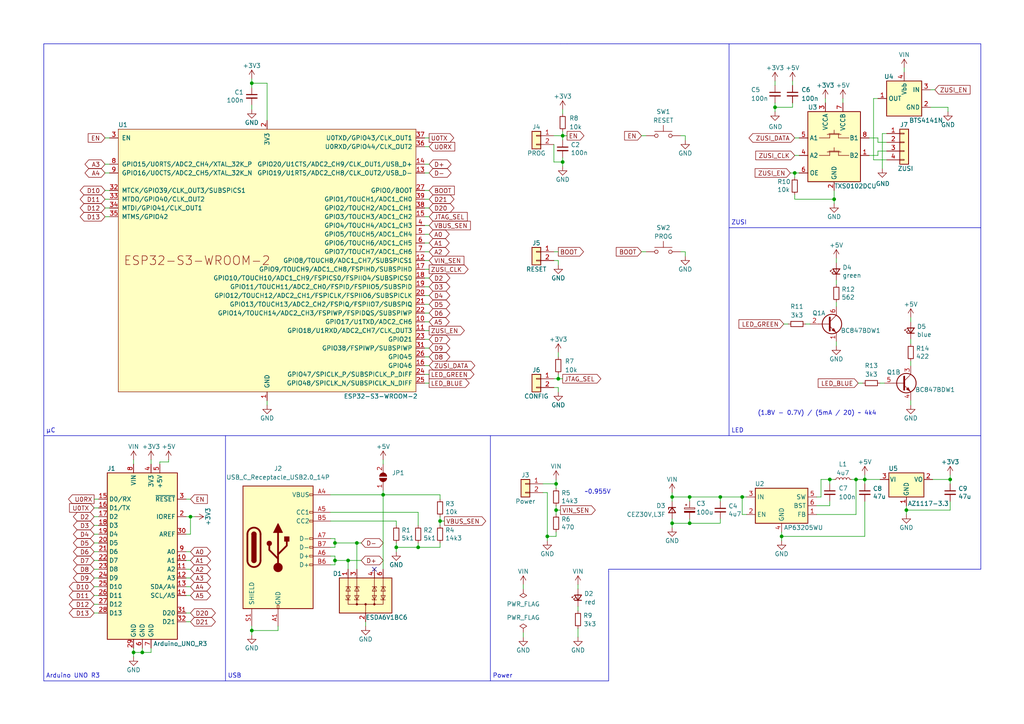
<source format=kicad_sch>
(kicad_sch (version 20231120) (generator "eeschema") (generator_version "8.0")
  (paper "A4")
  (title_block (title "OpenRemise ESP32S3Board") (rev "A"))
  (junction (at 73.025 24.13))
  (junction (at 161.925 109.855))
  (junction (at 194.945 151.765))
  (junction (at 215.265 144.145))
  (junction (at 240.665 139.065))
  (junction (at 163.195 46.99))
  (junction (at 208.915 144.145))
  (junction (at 163.195 39.37))
  (junction (at 73.025 182.88))
  (junction (at 97.155 157.48))
  (junction (at 224.79 31.115))
  (junction (at 226.695 155.575))
  (junction (at 200.025 151.765))
  (junction (at 248.285 139.065))
  (junction (at 121.285 158.75))
  (junction (at 38.735 189.23))
  (junction (at 262.89 147.955))
  (junction (at 41.275 189.23))
  (junction (at 103.505 157.48))
  (junction (at 158.75 155.575))
  (junction (at 250.825 139.065))
  (junction (at 241.935 57.785))
  (junction (at 194.945 144.145))
  (junction (at 97.155 162.56))
  (junction (at 55.245 149.86))
  (junction (at 161.29 147.955))
  (junction (at 114.935 158.75))
  (junction (at 200.025 144.145))
  (junction (at 111.125 143.51))
  (junction (at 161.29 140.335))
  (junction (at 100.965 162.56))
  (junction (at 230.505 50.165))
  (junction (at 127.635 151.13))
  (junction (at 275.59 139.065))
  (no_connect (at 108.585 165.1))
  (wire (pts (xy 27.305 167.64) (xy 28.575 167.64)))
  (wire (pts (xy 111.125 165.1) (xy 111.125 143.51)))
  (wire (pts (xy 240.665 139.065) (xy 238.125 139.065)))
  (wire (pts (xy 73.025 181.61) (xy 73.025 182.88)))
  (wire (pts (xy 97.155 157.48) (xy 97.155 158.75)))
  (wire (pts (xy 160.655 75.565) (xy 161.925 75.565)))
  (wire (pts (xy 41.275 189.23) (xy 43.815 189.23)))
  (wire (pts (xy 53.975 177.8) (xy 55.245 177.8)))
  (wire (pts (xy 236.855 146.685) (xy 240.665 146.685)))
  (wire (pts (xy 161.29 140.335) (xy 161.29 141.605)))
  (wire (pts (xy 215.265 149.225) (xy 216.535 149.225)))
  (polyline (pts (xy 12.7 12.7) (xy 162.56 12.7)))
  (wire (pts (xy 73.025 182.88) (xy 73.025 184.15)))
  (wire (pts (xy 250.825 137.795) (xy 250.825 139.065)))
  (wire (pts (xy 186.055 73.025) (xy 187.325 73.025)))
  (wire (pts (xy 43.815 187.96) (xy 43.815 189.23)))
  (wire (pts (xy 208.915 144.145) (xy 208.915 145.415)))
  (wire (pts (xy 97.155 161.29) (xy 97.155 162.56)))
  (wire (pts (xy 254.635 45.085) (xy 254.635 43.815)))
  (wire (pts (xy 241.935 55.245) (xy 241.935 57.785)))
  (wire (pts (xy 123.19 93.345) (xy 124.46 93.345)))
  (wire (pts (xy 264.16 92.075) (xy 264.16 93.345)))
  (wire (pts (xy 216.535 144.145) (xy 215.265 144.145)))
  (wire (pts (xy 161.925 102.235) (xy 161.925 103.505)))
  (polyline (pts (xy 12.7 197.485) (xy 176.53 197.485)))
  (wire (pts (xy 163.195 46.99) (xy 163.195 48.26)))
  (wire (pts (xy 163.195 39.37) (xy 163.195 40.64)))
  (wire (pts (xy 161.925 112.395) (xy 161.925 113.665)))
  (wire (pts (xy 167.64 169.545) (xy 167.64 170.815)))
  (wire (pts (xy 241.935 139.065) (xy 240.665 139.065)))
  (wire (pts (xy 161.29 146.685) (xy 161.29 147.955)))
  (wire (pts (xy 27.305 154.94) (xy 28.575 154.94)))
  (wire (pts (xy 30.48 62.865) (xy 31.75 62.865)))
  (wire (pts (xy 41.275 187.96) (xy 41.275 189.23)))
  (wire (pts (xy 230.505 50.165) (xy 231.775 50.165)))
  (wire (pts (xy 128.905 151.13) (xy 127.635 151.13)))
  (polyline (pts (xy 164.465 12.7) (xy 162.56 12.7)))
  (wire (pts (xy 123.19 67.945) (xy 124.46 67.945)))
  (wire (pts (xy 53.975 149.86) (xy 55.245 149.86)))
  (wire (pts (xy 253.365 28.575) (xy 254.635 28.575)))
  (polyline (pts (xy 65.405 126.365) (xy 65.405 197.485)))
  (wire (pts (xy 53.975 144.78) (xy 55.245 144.78)))
  (wire (pts (xy 242.57 74.93) (xy 242.57 76.2)))
  (wire (pts (xy 30.48 60.325) (xy 31.75 60.325)))
  (wire (pts (xy 230.505 45.085) (xy 231.775 45.085)))
  (wire (pts (xy 250.825 139.065) (xy 255.27 139.065)))
  (wire (pts (xy 41.275 189.23) (xy 38.735 189.23)))
  (wire (pts (xy 95.885 161.29) (xy 97.155 161.29)))
  (wire (pts (xy 106.045 181.61) (xy 106.045 180.34)))
  (wire (pts (xy 127.635 149.86) (xy 127.635 151.13)))
  (wire (pts (xy 103.505 157.48) (xy 104.775 157.48)))
  (wire (pts (xy 230.505 56.515) (xy 230.505 57.785)))
  (wire (pts (xy 123.19 60.325) (xy 124.46 60.325)))
  (wire (pts (xy 252.095 40.005) (xy 254.635 40.005)))
  (wire (pts (xy 198.755 73.025) (xy 198.755 74.295)))
  (wire (pts (xy 27.305 162.56) (xy 28.575 162.56)))
  (wire (pts (xy 230.505 40.005) (xy 231.775 40.005)))
  (wire (pts (xy 226.695 154.305) (xy 226.695 155.575)))
  (wire (pts (xy 27.305 147.32) (xy 28.575 147.32)))
  (wire (pts (xy 100.965 165.1) (xy 100.965 162.56)))
  (wire (pts (xy 123.19 70.485) (xy 124.46 70.485)))
  (wire (pts (xy 27.305 170.18) (xy 28.575 170.18)))
  (wire (pts (xy 161.29 147.955) (xy 162.56 147.955)))
  (wire (pts (xy 123.19 55.245) (xy 124.46 55.245)))
  (wire (pts (xy 275.59 139.065) (xy 275.59 137.795)))
  (wire (pts (xy 151.765 169.545) (xy 151.765 170.815)))
  (wire (pts (xy 163.195 38.1) (xy 163.195 39.37)))
  (wire (pts (xy 53.975 170.18) (xy 55.245 170.18)))
  (wire (pts (xy 160.655 39.37) (xy 163.195 39.37)))
  (wire (pts (xy 53.975 162.56) (xy 55.245 162.56)))
  (wire (pts (xy 53.975 172.72) (xy 55.245 172.72)))
  (wire (pts (xy 254.635 40.005) (xy 254.635 41.275)))
  (wire (pts (xy 200.025 144.145) (xy 200.025 145.415)))
  (wire (pts (xy 233.68 93.98) (xy 234.95 93.98)))
  (wire (pts (xy 73.025 22.86) (xy 73.025 24.13)))
  (wire (pts (xy 111.125 143.51) (xy 127.635 143.51)))
  (wire (pts (xy 160.655 109.855) (xy 161.925 109.855)))
  (wire (pts (xy 257.175 46.355) (xy 253.365 46.355)))
  (polyline (pts (xy 176.53 165.735) (xy 176.53 197.485)))
  (wire (pts (xy 194.945 144.145) (xy 200.025 144.145)))
  (wire (pts (xy 224.79 23.495) (xy 224.79 24.765)))
  (wire (pts (xy 30.48 57.785) (xy 31.75 57.785)))
  (wire (pts (xy 240.665 146.685) (xy 240.665 145.415)))
  (wire (pts (xy 160.655 41.91) (xy 160.655 46.99)))
  (wire (pts (xy 123.19 62.865) (xy 124.46 62.865)))
  (wire (pts (xy 200.025 144.145) (xy 208.915 144.145)))
  (wire (pts (xy 160.655 46.99) (xy 163.195 46.99)))
  (wire (pts (xy 27.305 157.48) (xy 28.575 157.48)))
  (polyline (pts (xy 12.7 12.7) (xy 12.7 92.71)))
  (wire (pts (xy 111.125 133.35) (xy 111.125 134.62)))
  (wire (pts (xy 123.19 95.885) (xy 124.46 95.885)))
  (wire (pts (xy 30.48 50.165) (xy 31.75 50.165)))
  (wire (pts (xy 248.285 149.225) (xy 248.285 139.065)))
  (wire (pts (xy 38.735 187.96) (xy 38.735 189.23)))
  (wire (pts (xy 46.355 133.985) (xy 48.895 133.985)))
  (wire (pts (xy 30.48 47.625) (xy 31.75 47.625)))
  (wire (pts (xy 55.245 154.94) (xy 55.245 149.86)))
  (wire (pts (xy 123.19 111.125) (xy 124.46 111.125)))
  (wire (pts (xy 194.945 150.495) (xy 194.945 151.765)))
  (wire (pts (xy 163.195 39.37) (xy 164.465 39.37)))
  (wire (pts (xy 121.285 148.59) (xy 121.285 152.4)))
  (wire (pts (xy 227.33 93.98) (xy 228.6 93.98)))
  (wire (pts (xy 123.19 80.645) (xy 124.46 80.645)))
  (polyline (pts (xy 164.465 12.7) (xy 284.48 12.7)))
  (wire (pts (xy 123.19 88.265) (xy 124.46 88.265)))
  (wire (pts (xy 103.505 165.1) (xy 103.505 157.48)))
  (wire (pts (xy 123.19 98.425) (xy 124.46 98.425)))
  (wire (pts (xy 121.285 158.75) (xy 114.935 158.75)))
  (wire (pts (xy 46.355 134.62) (xy 46.355 133.985)))
  (wire (pts (xy 73.025 30.48) (xy 73.025 31.75)))
  (wire (pts (xy 215.265 144.145) (xy 215.265 149.225)))
  (wire (pts (xy 252.095 45.085) (xy 254.635 45.085)))
  (wire (pts (xy 127.635 151.13) (xy 127.635 152.4)))
  (wire (pts (xy 229.87 29.845) (xy 229.87 31.115)))
  (wire (pts (xy 97.155 156.21) (xy 97.155 157.48)))
  (wire (pts (xy 241.935 57.785) (xy 241.935 59.055)))
  (wire (pts (xy 244.475 28.575) (xy 244.475 29.845)))
  (wire (pts (xy 248.285 139.065) (xy 247.015 139.065)))
  (wire (pts (xy 208.915 150.495) (xy 208.915 151.765)))
  (wire (pts (xy 253.365 46.355) (xy 253.365 28.575)))
  (wire (pts (xy 229.87 23.495) (xy 229.87 24.765)))
  (wire (pts (xy 255.27 111.125) (xy 256.54 111.125)))
  (wire (pts (xy 53.975 167.64) (xy 55.245 167.64)))
  (polyline (pts (xy 65.405 126.365) (xy 142.24 126.365)))
  (wire (pts (xy 163.195 31.75) (xy 163.195 33.02)))
  (wire (pts (xy 239.395 28.575) (xy 239.395 29.845)))
  (polyline (pts (xy 142.24 126.365) (xy 284.48 126.365)))
  (wire (pts (xy 114.935 152.4) (xy 114.935 151.13)))
  (wire (pts (xy 230.505 57.785) (xy 241.935 57.785)))
  (wire (pts (xy 123.19 47.625) (xy 124.46 47.625)))
  (wire (pts (xy 236.855 144.145) (xy 238.125 144.145)))
  (wire (pts (xy 198.755 39.37) (xy 198.755 40.64)))
  (wire (pts (xy 161.925 75.565) (xy 161.925 76.835)))
  (wire (pts (xy 275.59 139.065) (xy 275.59 140.335)))
  (wire (pts (xy 95.885 143.51) (xy 111.125 143.51)))
  (wire (pts (xy 127.635 158.75) (xy 127.635 157.48)))
  (wire (pts (xy 238.125 139.065) (xy 238.125 144.145)))
  (wire (pts (xy 275.59 145.415) (xy 275.59 147.955)))
  (wire (pts (xy 160.655 112.395) (xy 161.925 112.395)))
  (wire (pts (xy 53.975 180.34) (xy 55.245 180.34)))
  (wire (pts (xy 73.025 24.13) (xy 73.025 25.4)))
  (wire (pts (xy 197.485 39.37) (xy 198.755 39.37)))
  (wire (pts (xy 264.16 116.205) (xy 264.16 117.475)))
  (wire (pts (xy 95.885 148.59) (xy 121.285 148.59)))
  (wire (pts (xy 123.19 103.505) (xy 124.46 103.505)))
  (wire (pts (xy 77.47 34.925) (xy 77.47 24.13)))
  (wire (pts (xy 271.145 26.035) (xy 269.875 26.035)))
  (wire (pts (xy 123.19 106.045) (xy 124.46 106.045)))
  (wire (pts (xy 123.19 108.585) (xy 124.46 108.585)))
  (wire (pts (xy 123.19 57.785) (xy 124.46 57.785)))
  (wire (pts (xy 55.245 149.86) (xy 56.515 149.86)))
  (wire (pts (xy 186.055 39.37) (xy 187.325 39.37)))
  (wire (pts (xy 27.305 149.86) (xy 28.575 149.86)))
  (wire (pts (xy 123.19 50.165) (xy 124.46 50.165)))
  (wire (pts (xy 270.51 139.065) (xy 275.59 139.065)))
  (wire (pts (xy 95.885 156.21) (xy 97.155 156.21)))
  (wire (pts (xy 123.19 85.725) (xy 124.46 85.725)))
  (wire (pts (xy 161.29 155.575) (xy 158.75 155.575)))
  (wire (pts (xy 257.175 38.735) (xy 255.905 38.735)))
  (polyline (pts (xy 12.7 126.365) (xy 65.405 126.365)))
  (wire (pts (xy 157.48 142.875) (xy 158.75 142.875)))
  (wire (pts (xy 254.635 43.815) (xy 257.175 43.815)))
  (wire (pts (xy 127.635 143.51) (xy 127.635 144.78)))
  (wire (pts (xy 167.64 182.245) (xy 167.64 184.785)))
  (wire (pts (xy 226.695 155.575) (xy 226.695 156.845)))
  (wire (pts (xy 151.765 183.515) (xy 151.765 184.785)))
  (polyline (pts (xy 284.48 12.7) (xy 284.48 165.1)))
  (wire (pts (xy 242.57 81.28) (xy 242.57 82.55)))
  (wire (pts (xy 38.735 133.35) (xy 38.735 134.62)))
  (wire (pts (xy 100.965 162.56) (xy 104.775 162.56)))
  (wire (pts (xy 114.935 158.75) (xy 114.935 160.02)))
  (wire (pts (xy 27.305 165.1) (xy 28.575 165.1)))
  (wire (pts (xy 240.665 139.065) (xy 240.665 140.335)))
  (wire (pts (xy 30.48 40.005) (xy 31.75 40.005)))
  (wire (pts (xy 208.915 144.145) (xy 215.265 144.145)))
  (wire (pts (xy 269.875 31.115) (xy 274.955 31.115)))
  (wire (pts (xy 80.645 182.88) (xy 80.645 181.61)))
  (wire (pts (xy 197.485 73.025) (xy 198.755 73.025)))
  (wire (pts (xy 97.155 163.83) (xy 95.885 163.83)))
  (wire (pts (xy 27.305 177.8) (xy 28.575 177.8)))
  (wire (pts (xy 97.155 162.56) (xy 97.155 163.83)))
  (wire (pts (xy 194.945 144.145) (xy 194.945 145.415)))
  (wire (pts (xy 53.975 165.1) (xy 55.245 165.1)))
  (wire (pts (xy 250.825 145.415) (xy 250.825 155.575)))
  (wire (pts (xy 27.305 144.78) (xy 28.575 144.78)))
  (wire (pts (xy 73.025 182.88) (xy 80.645 182.88)))
  (wire (pts (xy 167.64 175.895) (xy 167.64 177.165)))
  (wire (pts (xy 158.75 155.575) (xy 158.75 156.845)))
  (wire (pts (xy 123.19 100.965) (xy 124.46 100.965)))
  (wire (pts (xy 157.48 140.335) (xy 161.29 140.335)))
  (wire (pts (xy 230.505 50.165) (xy 230.505 51.435)))
  (wire (pts (xy 264.16 104.775) (xy 264.16 106.045)))
  (wire (pts (xy 229.87 31.115) (xy 224.79 31.115)))
  (wire (pts (xy 163.195 45.72) (xy 163.195 46.99)))
  (polyline (pts (xy 176.53 165.1) (xy 284.48 165.1)))
  (wire (pts (xy 48.895 133.985) (xy 48.895 133.35)))
  (wire (pts (xy 242.57 99.06) (xy 242.57 100.33)))
  (wire (pts (xy 123.19 75.565) (xy 124.46 75.565)))
  (wire (pts (xy 262.89 147.955) (xy 262.89 149.225)))
  (wire (pts (xy 123.19 40.005) (xy 124.46 40.005)))
  (wire (pts (xy 161.29 147.955) (xy 161.29 149.225)))
  (wire (pts (xy 248.92 111.125) (xy 250.19 111.125)))
  (wire (pts (xy 123.19 73.025) (xy 124.46 73.025)))
  (wire (pts (xy 27.305 175.26) (xy 28.575 175.26)))
  (wire (pts (xy 161.29 154.305) (xy 161.29 155.575)))
  (wire (pts (xy 161.925 109.855) (xy 163.195 109.855)))
  (wire (pts (xy 158.75 142.875) (xy 158.75 155.575)))
  (wire (pts (xy 53.975 154.94) (xy 55.245 154.94)))
  (wire (pts (xy 254.635 41.275) (xy 257.175 41.275)))
  (wire (pts (xy 224.79 31.115) (xy 224.79 32.385)))
  (wire (pts (xy 77.47 116.205) (xy 77.47 117.475)))
  (wire (pts (xy 77.47 24.13) (xy 73.025 24.13)))
  (wire (pts (xy 38.735 189.23) (xy 38.735 190.5)))
  (wire (pts (xy 200.025 150.495) (xy 200.025 151.765)))
  (polyline (pts (xy 176.53 165.735) (xy 176.53 165.1)))
  (wire (pts (xy 111.125 142.24) (xy 111.125 143.51)))
  (wire (pts (xy 97.155 162.56) (xy 100.965 162.56)))
  (wire (pts (xy 30.48 55.245) (xy 31.75 55.245)))
  (wire (pts (xy 27.305 152.4) (xy 28.575 152.4)))
  (wire (pts (xy 200.025 151.765) (xy 208.915 151.765)))
  (wire (pts (xy 53.975 160.02) (xy 55.245 160.02)))
  (wire (pts (xy 27.305 160.02) (xy 28.575 160.02)))
  (wire (pts (xy 123.19 42.545) (xy 124.46 42.545)))
  (wire (pts (xy 194.945 151.765) (xy 194.945 153.035)))
  (wire (pts (xy 43.815 133.35) (xy 43.815 134.62)))
  (polyline (pts (xy 211.455 66.04) (xy 284.48 66.04)))
  (polyline (pts (xy 211.455 12.7) (xy 211.455 126.365)))
  (wire (pts (xy 262.89 147.955) (xy 275.59 147.955)))
  (wire (pts (xy 236.855 149.225) (xy 248.285 149.225)))
  (wire (pts (xy 161.925 109.855) (xy 161.925 108.585)))
  (wire (pts (xy 121.285 157.48) (xy 121.285 158.75)))
  (wire (pts (xy 123.19 90.805) (xy 124.46 90.805)))
  (wire (pts (xy 255.905 38.735) (xy 255.905 48.895)))
  (polyline (pts (xy 142.24 126.365) (xy 142.24 197.485)))
  (wire (pts (xy 250.825 139.065) (xy 250.825 140.335)))
  (wire (pts (xy 194.945 142.875) (xy 194.945 144.145)))
  (wire (pts (xy 262.255 19.685) (xy 262.255 20.955)))
  (wire (pts (xy 123.19 65.405) (xy 124.46 65.405)))
  (wire (pts (xy 229.235 50.165) (xy 230.505 50.165)))
  (wire (pts (xy 194.945 151.765) (xy 200.025 151.765)))
  (wire (pts (xy 224.79 29.845) (xy 224.79 31.115)))
  (wire (pts (xy 274.955 31.115) (xy 274.955 32.385)))
  (wire (pts (xy 123.19 78.105) (xy 124.46 78.105)))
  (wire (pts (xy 123.19 83.185) (xy 124.46 83.185)))
  (wire (pts (xy 248.285 139.065) (xy 250.825 139.065)))
  (wire (pts (xy 97.155 157.48) (xy 103.505 157.48)))
  (wire (pts (xy 27.305 172.72) (xy 28.575 172.72)))
  (wire (pts (xy 97.155 158.75) (xy 95.885 158.75)))
  (wire (pts (xy 114.935 157.48) (xy 114.935 158.75)))
  (wire (pts (xy 160.655 73.025) (xy 161.925 73.025)))
  (wire (pts (xy 95.885 151.13) (xy 114.935 151.13)))
  (wire (pts (xy 161.29 139.065) (xy 161.29 140.335)))
  (wire (pts (xy 250.825 155.575) (xy 226.695 155.575)))
  (wire (pts (xy 264.16 98.425) (xy 264.16 99.695)))
  (polyline (pts (xy 12.7 92.71) (xy 12.7 197.485)))
  (wire (pts (xy 121.285 158.75) (xy 127.635 158.75)))
  (wire (pts (xy 262.89 146.685) (xy 262.89 147.955)))
  (wire (pts (xy 242.57 87.63) (xy 242.57 88.9)))
  (text "(1.8V - 0.7V) / (5mA / 20) ~ 4k4" (at 219.71 120.65 0) (effects (font (size 1.27 1.27)) (justify left bottom)))
  (text "USB" (at 66.04 196.85 0) (effects (font (size 1.27 1.27)) (justify left bottom)))
  (text "ZUSI" (at 212.09 65.405 0) (effects (font (size 1.27 1.27)) (justify left bottom)))
  (text "µC" (at 13.335 125.73 0) (effects (font (size 1.27 1.27)) (justify left bottom)))
  (text "~0.955V" (at 169.545 143.51 0) (effects (font (size 1.27 1.27)) (justify left bottom)))
  (text "Arduino UNO R3" (at 13.335 196.85 0) (effects (font (size 1.27 1.27)) (justify left bottom)))
  (text "LED" (at 212.09 125.73 0) (effects (font (size 1.27 1.27)) (justify left bottom)))
  (text "Power" (at 142.875 196.85 0) (effects (font (size 1.27 1.27)) (justify left bottom)))
  (global_label "VIN_SEN" (shape input) (at 124.46 75.565 0) (property "Intersheetrefs" "${INTERSHEET_REFS}" (effects (hide yes))))
  (global_label "A2" (shape bidirectional) (at 55.245 165.1 0) (property "Intersheetrefs" "${INTERSHEET_REFS}" (effects (hide yes))))
  (global_label "D11" (shape bidirectional) (at 30.48 57.785 180) (property "Intersheetrefs" "${INTERSHEET_REFS}" (effects (hide yes))))
  (global_label "D9" (shape bidirectional) (at 27.305 167.64 180) (property "Intersheetrefs" "${INTERSHEET_REFS}" (effects (hide yes))))
  (global_label "LED_GREEN" (shape output) (at 124.46 108.585 0) (property "Intersheetrefs" "${INTERSHEET_REFS}" (effects (hide yes))))
  (global_label "D-" (shape bidirectional) (at 124.46 50.165 0) (property "Intersheetrefs" "${INTERSHEET_REFS}" (effects (hide yes))))
  (global_label "BOOT" (shape input) (at 186.055 73.025 180) (property "Intersheetrefs" "${INTERSHEET_REFS}" (effects (hide yes))))
  (global_label "A5" (shape bidirectional) (at 55.245 172.72 0) (property "Intersheetrefs" "${INTERSHEET_REFS}" (effects (hide yes))))
  (global_label "D5" (shape bidirectional) (at 124.46 88.265 0) (property "Intersheetrefs" "${INTERSHEET_REFS}" (effects (hide yes))))
  (global_label "LED_BLUE" (shape input) (at 248.92 111.125 180) (property "Intersheetrefs" "${INTERSHEET_REFS}" (effects (hide yes))))
  (global_label "U0TX" (shape output) (at 124.46 40.005 0) (property "Intersheetrefs" "${INTERSHEET_REFS}" (effects (hide yes))))
  (global_label "U0RX" (shape input) (at 124.46 42.545 0) (property "Intersheetrefs" "${INTERSHEET_REFS}" (effects (hide yes))))
  (global_label "A0" (shape bidirectional) (at 124.46 67.945 0) (property "Intersheetrefs" "${INTERSHEET_REFS}" (effects (hide yes))))
  (global_label "ZUSI_EN" (shape output) (at 124.46 95.885 0) (property "Intersheetrefs" "${INTERSHEET_REFS}" (effects (hide yes))))
  (global_label "EN" (shape output) (at 164.465 39.37 0) (property "Intersheetrefs" "${INTERSHEET_REFS}" (effects (hide yes))))
  (global_label "EN" (shape input) (at 30.48 40.005 180) (property "Intersheetrefs" "${INTERSHEET_REFS}" (effects (hide yes))))
  (global_label "LED_GREEN" (shape input) (at 227.33 93.98 180) (property "Intersheetrefs" "${INTERSHEET_REFS}" (effects (hide yes))))
  (global_label "D2" (shape bidirectional) (at 124.46 80.645 0) (property "Intersheetrefs" "${INTERSHEET_REFS}" (effects (hide yes))))
  (global_label "BOOT" (shape output) (at 161.925 73.025 0) (property "Intersheetrefs" "${INTERSHEET_REFS}" (effects (hide yes))))
  (global_label "D7" (shape bidirectional) (at 27.305 162.56 180) (property "Intersheetrefs" "${INTERSHEET_REFS}" (effects (hide yes))))
  (global_label "A4" (shape bidirectional) (at 30.48 50.165 180) (property "Intersheetrefs" "${INTERSHEET_REFS}" (effects (hide yes))))
  (global_label "A1" (shape bidirectional) (at 124.46 70.485 0) (property "Intersheetrefs" "${INTERSHEET_REFS}" (effects (hide yes))))
  (global_label "D9" (shape bidirectional) (at 124.46 100.965 0) (property "Intersheetrefs" "${INTERSHEET_REFS}" (effects (hide yes))))
  (global_label "D13" (shape bidirectional) (at 30.48 62.865 180) (property "Intersheetrefs" "${INTERSHEET_REFS}" (effects (hide yes))))
  (global_label "EN" (shape input) (at 186.055 39.37 180) (property "Intersheetrefs" "${INTERSHEET_REFS}" (effects (hide yes))))
  (global_label "ZUSI_CLK" (shape output) (at 124.46 78.105 0) (property "Intersheetrefs" "${INTERSHEET_REFS}" (effects (hide yes))))
  (global_label "D3" (shape bidirectional) (at 124.46 83.185 0) (property "Intersheetrefs" "${INTERSHEET_REFS}" (effects (hide yes))))
  (global_label "U0TX" (shape input) (at 27.305 147.32 180) (property "Intersheetrefs" "${INTERSHEET_REFS}" (effects (hide yes))))
  (global_label "D12" (shape bidirectional) (at 27.305 175.26 180) (property "Intersheetrefs" "${INTERSHEET_REFS}" (effects (hide yes))))
  (global_label "D-" (shape bidirectional) (at 104.775 157.48 0) (property "Intersheetrefs" "${INTERSHEET_REFS}" (effects (hide yes))))
  (global_label "D6" (shape bidirectional) (at 27.305 160.02 180) (property "Intersheetrefs" "${INTERSHEET_REFS}" (effects (hide yes))))
  (global_label "ZUSI_EN" (shape input) (at 271.145 26.035 0) (property "Intersheetrefs" "${INTERSHEET_REFS}" (effects (hide yes))))
  (global_label "U0RX" (shape output) (at 27.305 144.78 180) (property "Intersheetrefs" "${INTERSHEET_REFS}" (effects (hide yes))))
  (global_label "D3" (shape bidirectional) (at 27.305 152.4 180) (property "Intersheetrefs" "${INTERSHEET_REFS}" (effects (hide yes))))
  (global_label "VIN_SEN" (shape output) (at 162.56 147.955 0) (property "Intersheetrefs" "${INTERSHEET_REFS}" (effects (hide yes))))
  (global_label "D21" (shape bidirectional) (at 55.245 180.34 0) (property "Intersheetrefs" "${INTERSHEET_REFS}" (effects (hide yes))))
  (global_label "LED_BLUE" (shape output) (at 124.46 111.125 0) (property "Intersheetrefs" "${INTERSHEET_REFS}" (effects (hide yes))))
  (global_label "D4" (shape bidirectional) (at 27.305 154.94 180) (property "Intersheetrefs" "${INTERSHEET_REFS}" (effects (hide yes))))
  (global_label "JTAG_SEL" (shape output) (at 163.195 109.855 0) (property "Intersheetrefs" "${INTERSHEET_REFS}" (effects (hide yes))))
  (global_label "A1" (shape bidirectional) (at 55.245 162.56 0) (property "Intersheetrefs" "${INTERSHEET_REFS}" (effects (hide yes))))
  (global_label "A5" (shape bidirectional) (at 124.46 93.345 0) (property "Intersheetrefs" "${INTERSHEET_REFS}" (effects (hide yes))))
  (global_label "A2" (shape bidirectional) (at 124.46 73.025 0) (property "Intersheetrefs" "${INTERSHEET_REFS}" (effects (hide yes))))
  (global_label "VBUS_SEN" (shape input) (at 124.46 65.405 0) (property "Intersheetrefs" "${INTERSHEET_REFS}" (effects (hide yes))))
  (global_label "D12" (shape bidirectional) (at 30.48 60.325 180) (property "Intersheetrefs" "${INTERSHEET_REFS}" (effects (hide yes))))
  (global_label "D10" (shape bidirectional) (at 30.48 55.245 180) (property "Intersheetrefs" "${INTERSHEET_REFS}" (effects (hide yes))))
  (global_label "D5" (shape bidirectional) (at 27.305 157.48 180) (property "Intersheetrefs" "${INTERSHEET_REFS}" (effects (hide yes))))
  (global_label "D10" (shape bidirectional) (at 27.305 170.18 180) (property "Intersheetrefs" "${INTERSHEET_REFS}" (effects (hide yes))))
  (global_label "D20" (shape bidirectional) (at 55.245 177.8 0) (property "Intersheetrefs" "${INTERSHEET_REFS}" (effects (hide yes))))
  (global_label "A3" (shape bidirectional) (at 55.245 167.64 0) (property "Intersheetrefs" "${INTERSHEET_REFS}" (effects (hide yes))))
  (global_label "EN" (shape input) (at 55.245 144.78 0) (property "Intersheetrefs" "${INTERSHEET_REFS}" (effects (hide yes))))
  (global_label "D2" (shape bidirectional) (at 27.305 149.86 180) (property "Intersheetrefs" "${INTERSHEET_REFS}" (effects (hide yes))))
  (global_label "D4" (shape bidirectional) (at 124.46 85.725 0) (property "Intersheetrefs" "${INTERSHEET_REFS}" (effects (hide yes))))
  (global_label "ZUSI_DATA" (shape bidirectional) (at 230.505 40.005 180) (property "Intersheetrefs" "${INTERSHEET_REFS}" (effects (hide yes))))
  (global_label "D11" (shape bidirectional) (at 27.305 172.72 180) (property "Intersheetrefs" "${INTERSHEET_REFS}" (effects (hide yes))))
  (global_label "D8" (shape bidirectional) (at 124.46 103.505 0) (property "Intersheetrefs" "${INTERSHEET_REFS}" (effects (hide yes))))
  (global_label "ZUSI_DATA" (shape bidirectional) (at 124.46 106.045 0) (property "Intersheetrefs" "${INTERSHEET_REFS}" (effects (hide yes))))
  (global_label "D8" (shape bidirectional) (at 27.305 165.1 180) (property "Intersheetrefs" "${INTERSHEET_REFS}" (effects (hide yes))))
  (global_label "ZUSI_EN" (shape input) (at 229.235 50.165 180) (property "Intersheetrefs" "${INTERSHEET_REFS}" (effects (hide yes))))
  (global_label "D6" (shape bidirectional) (at 124.46 90.805 0) (property "Intersheetrefs" "${INTERSHEET_REFS}" (effects (hide yes))))
  (global_label "BOOT" (shape input) (at 124.46 55.245 0) (property "Intersheetrefs" "${INTERSHEET_REFS}" (effects (hide yes))))
  (global_label "A3" (shape bidirectional) (at 30.48 47.625 180) (property "Intersheetrefs" "${INTERSHEET_REFS}" (effects (hide yes))))
  (global_label "D7" (shape bidirectional) (at 124.46 98.425 0) (property "Intersheetrefs" "${INTERSHEET_REFS}" (effects (hide yes))))
  (global_label "A4" (shape bidirectional) (at 55.245 170.18 0) (property "Intersheetrefs" "${INTERSHEET_REFS}" (effects (hide yes))))
  (global_label "A0" (shape bidirectional) (at 55.245 160.02 0) (property "Intersheetrefs" "${INTERSHEET_REFS}" (effects (hide yes))))
  (global_label "VBUS_SEN" (shape output) (at 128.905 151.13 0) (property "Intersheetrefs" "${INTERSHEET_REFS}" (effects (hide yes))))
  (global_label "JTAG_SEL" (shape input) (at 124.46 62.865 0) (property "Intersheetrefs" "${INTERSHEET_REFS}" (effects (hide yes))))
  (global_label "D+" (shape bidirectional) (at 124.46 47.625 0) (property "Intersheetrefs" "${INTERSHEET_REFS}" (effects (hide yes))))
  (global_label "D20" (shape bidirectional) (at 124.46 60.325 0) (property "Intersheetrefs" "${INTERSHEET_REFS}" (effects (hide yes))))
  (global_label "ZUSI_CLK" (shape input) (at 230.505 45.085 180) (property "Intersheetrefs" "${INTERSHEET_REFS}" (effects (hide yes))))
  (global_label "D+" (shape bidirectional) (at 104.775 162.56 0) (property "Intersheetrefs" "${INTERSHEET_REFS}" (effects (hide yes))))
  (global_label "D21" (shape bidirectional) (at 124.46 57.785 0) (property "Intersheetrefs" "${INTERSHEET_REFS}" (effects (hide yes))))
  (global_label "D13" (shape bidirectional) (at 27.305 177.8 180) (property "Intersheetrefs" "${INTERSHEET_REFS}" (effects (hide yes))))
  (symbol (lib_id "power:GND") (at 151.765 184.785 0) (unit 1)
    (property "Reference" "#PWR014" (effects (hide yes)))
    (property "Value" "GND" (at 151.765 188.595 0))
  )
  (symbol (lib_id "power:PWR_FLAG") (at 151.765 183.515 0) (unit 1)
    (property "Reference" "#FLG02" (effects (hide yes)))
    (property "Value" "PWR_FLAG" (at 151.765 179.1208 0))
  )
  (symbol (lib_name "GND_20") (lib_id "power:GND") (at 73.025 184.15 0) (unit 1)
    (property "Reference" "#PWR08" (effects (hide yes)))
    (property "Value" "GND" (at 73.025 187.96 0))
  )
  (symbol (lib_name "GND_21") (lib_id "power:GND") (at 114.935 160.02 0) (unit 1)
    (property "Reference" "#PWR012" (effects (hide yes)))
    (property "Value" "GND" (at 114.935 163.83 0))
  )
  (symbol (lib_id "Device:R_Small") (at 114.935 154.94 0) (unit 1)
    (property "Reference" "R1" (at 116.4336 153.7716 0) (effects (justify left)))
    (property "Value" "5k1" (at 116.4336 156.083 0) (effects (justify left)))
    (property "Footprint" "Resistor_SMD:R_0402_1005Metric" (effects (hide yes)))
  )
  (symbol (lib_id "Device:R_Small") (at 121.285 154.94 0) (unit 1)
    (property "Reference" "R2" (at 122.7836 153.7716 0) (effects (justify left)))
    (property "Value" "5k1" (at 122.7836 156.083 0) (effects (justify left)))
    (property "Footprint" "Resistor_SMD:R_0402_1005Metric" (effects (hide yes)))
  )
  (symbol (lib_id "Power_Protection:ESDA6V1BC6") (at 106.045 172.72 0) (unit 1)
    (property "Reference" "D1" (at 96.52 166.37 0) (effects (justify left)))
    (property "Value" "ESDA6V1BC6" (at 106.045 179.07 0) (effects (justify left)))
    (property "Footprint" "Package_TO_SOT_SMD:SOT-23-6" (effects (hide yes)))
    (property "Datasheet" "http://www.st.com/content/ccc/resource/technical/document/datasheet/21/07/21/e3/a8/df/42/a2/CD00001906.pdf/files/CD00001906.pdf/jcr:content/translations/en.CD00001906.pdf" (effects (hide yes)))
  )
  (symbol (lib_name "GND_22") (lib_id "power:GND") (at 106.045 181.61 0) (unit 1)
    (property "Reference" "#PWR010" (effects (hide yes)))
    (property "Value" "GND" (at 106.045 185.42 0))
  )
  (symbol (lib_id "Connector_Generic:Conn_01x02") (at 152.4 140.335 0) (mirror y) (unit 1)
    (property "Reference" "J3" (at 152.4 137.795 0))
    (property "Value" "Power" (at 152.4 145.415 0))
    (property "Footprint" "Connector_PinHeader_2.54mm:PinHeader_1x02_P2.54mm_Horizontal" (effects (hide yes)))
  )
  (symbol (lib_id "Device:R_Small") (at 127.635 147.32 0) (unit 1)
    (property "Reference" "R3" (at 129.1336 146.1516 0) (effects (justify left)))
    (property "Value" "10k" (at 129.1336 148.463 0) (effects (justify left)))
    (property "Footprint" "Resistor_SMD:R_0402_1005Metric" (effects (hide yes)))
  )
  (symbol (lib_id "Device:R_Small") (at 127.635 154.94 0) (unit 1)
    (property "Reference" "R4" (at 129.1336 153.7716 0) (effects (justify left)))
    (property "Value" "14k3" (at 129.1336 156.083 0) (effects (justify left)))
    (property "Footprint" "Resistor_SMD:R_0402_1005Metric" (effects (hide yes)))
  )
  (symbol (lib_id "Device:R_Small") (at 161.29 151.765 0) (unit 1)
    (property "Reference" "R6" (at 162.7886 150.5966 0) (effects (justify left)))
    (property "Value" "470" (at 162.7886 152.908 0) (effects (justify left)))
    (property "Footprint" "Resistor_SMD:R_0402_1005Metric" (effects (hide yes)))
  )
  (symbol (lib_id "Device:R_Small") (at 161.29 144.145 0) (unit 1)
    (property "Reference" "R5" (at 162.7886 142.9766 0) (effects (justify left)))
    (property "Value" "14k3" (at 162.7886 145.288 0) (effects (justify left)))
    (property "Footprint" "Resistor_SMD:R_0402_1005Metric" (effects (hide yes)))
  )
  (symbol (lib_id "Connector_Generic:Conn_01x04") (at 262.255 41.275 0) (unit 1)
    (property "Reference" "J7" (at 260.985 36.195 0) (effects (justify left)))
    (property "Value" "ZUSI" (at 260.35 48.895 0) (effects (justify left)))
    (property "Footprint" "Connector_JST:JST_SH_SM04B-SRSS-TB_1x04-1MP_P1.00mm_Horizontal" (effects (hide yes)))
  )
  (symbol (lib_name "GND_26") (lib_id "power:GND") (at 255.905 48.895 0) (unit 1)
    (property "Reference" "#PWR038" (effects (hide yes)))
    (property "Value" "GND" (at 256.032 53.2892 0))
  )
  (symbol (lib_name "PWR_FLAG_1") (lib_id "power:PWR_FLAG") (at 151.765 170.815 180) (unit 1)
    (property "Reference" "#FLG01" (effects (hide yes)))
    (property "Value" "PWR_FLAG" (at 151.765 175.2092 0))
  )
  (symbol (lib_name "GND_4") (lib_id "power:GND") (at 226.695 156.845 0) (unit 1)
    (property "Reference" "#PWR030" (effects (hide yes)))
    (property "Value" "GND" (at 226.695 160.655 0))
  )
  (symbol (lib_id "power:+5V") (at 111.125 133.35 0) (unit 1)
    (property "Reference" "#PWR011" (effects (hide yes)))
    (property "Value" "+5V" (at 111.125 129.54 0))
  )
  (symbol (lib_id "OpenRemise:VIN") (at 167.64 169.545 0) (unit 1)
    (property "Reference" "#PWR022" (effects (hide yes)))
    (property "Value" "VIN" (at 167.64 165.735 0))
  )
  (symbol (lib_name "GND_11") (lib_id "power:GND") (at 198.755 74.295 0) (unit 1)
    (property "Reference" "#PWR027" (effects (hide yes)))
    (property "Value" "GND" (at 198.755 78.105 0))
  )
  (symbol (lib_id "OpenRemise:Arduino_UNO_R3") (at 41.275 160.02 0) (unit 1)
    (property "Reference" "J1" (at 31.115 135.89 0) (effects (justify left)))
    (property "Value" "Arduino_UNO_R3" (at 44.45 186.69 0) (effects (justify left)))
    (property "Footprint" "OpenRemise:Arduino_UNO_R3_WithMountingHoles" (effects (hide yes)))
    (property "Datasheet" "https://www.arduino.cc/en/Main/arduinoBoardUno" (effects (hide yes)))
  )
  (symbol (lib_name "VIN_2") (lib_id "OpenRemise:VIN") (at 38.735 133.35 0) (unit 1)
    (property "Reference" "#PWR01" (effects (hide yes)))
    (property "Value" "VIN" (at 38.735 129.54 0))
  )
  (symbol (lib_name "GND_15") (lib_id "power:GND") (at 242.57 100.33 0) (unit 1)
    (property "Reference" "#PWR035" (effects (hide yes)))
    (property "Value" "GND" (at 242.57 104.14 0))
  )
  (symbol (lib_id "Device:C_Small") (at 250.825 142.875 0) (unit 1)
    (property "Reference" "C8" (at 253.1618 141.7066 0) (effects (justify left)))
    (property "Value" "47u" (at 253.1618 144.018 0) (effects (justify left)))
    (property "Footprint" "Capacitor_SMD:C_1206_3216Metric" (effects (hide yes)))
  )
  (symbol (lib_id "Transistor_BJT:BC847BDW1") (at 240.03 93.98 0) (unit 1)
    (property "Reference" "Q1" (at 235.585 90.805 0) (effects (justify left)))
    (property "Value" "BC847BDW1" (at 243.84 95.885 0) (effects (justify left)))
    (property "Footprint" "Package_TO_SOT_SMD:SOT-363_SC-70-6" (effects (hide yes)))
    (property "Datasheet" "http://www.onsemi.com/pub_link/Collateral/BC846BDW1T1-D.PDF" (effects (hide yes)))
  )
  (symbol (lib_id "power:+3V3") (at 73.025 22.86 0) (unit 1)
    (property "Reference" "#PWR06" (effects (hide yes)))
    (property "Value" "+3V3" (at 73.025 19.05 0))
  )
  (symbol (lib_id "power:+3V3") (at 163.195 31.75 0) (unit 1)
    (property "Reference" "#PWR020" (effects (hide yes)))
    (property "Value" "+3V3" (at 163.195 27.94 0))
  )
  (symbol (lib_name "VIN_4") (lib_id "OpenRemise:VIN") (at 194.945 142.875 0) (unit 1)
    (property "Reference" "#PWR024" (effects (hide yes)))
    (property "Value" "VIN" (at 194.945 139.065 0))
  )
  (symbol (lib_name "GND_3") (lib_id "power:GND") (at 77.47 117.475 0) (unit 1)
    (property "Reference" "#PWR09" (effects (hide yes)))
    (property "Value" "GND" (at 77.47 121.285 0))
  )
  (symbol (lib_name "VIN_3") (lib_id "OpenRemise:VIN") (at 161.29 139.065 0) (unit 1)
    (property "Reference" "#PWR016" (effects (hide yes)))
    (property "Value" "VIN" (at 161.29 135.255 0))
  )
  (symbol (lib_id "power:+3V3") (at 43.815 133.35 0) (unit 1)
    (property "Reference" "#PWR03" (effects (hide yes)))
    (property "Value" "+3V3" (at 43.815 129.54 0))
  )
  (symbol (lib_id "Connector_Generic:Conn_01x02") (at 155.575 109.855 0) (mirror y) (unit 1)
    (property "Reference" "J6" (at 155.575 107.315 0))
    (property "Value" "CONFIG" (at 155.575 114.935 0))
    (property "Footprint" "Connector_PinHeader_2.54mm:PinHeader_1x02_P2.54mm_Horizontal" (effects (hide yes)))
  )
  (symbol (lib_name "GND_18") (lib_id "power:GND") (at 194.945 153.035 0) (unit 1)
    (property "Reference" "#PWR025" (effects (hide yes)))
    (property "Value" "GND" (at 194.945 156.845 0))
  )
  (symbol (lib_id "power:+3V3") (at 275.59 137.795 0) (unit 1)
    (property "Reference" "#PWR044" (effects (hide yes)))
    (property "Value" "+3V3" (at 275.59 133.985 0))
  )
  (symbol (lib_id "Device:LED_Small") (at 242.57 78.74 90) (unit 1)
    (property "Reference" "D4" (at 244.348 77.5716 90) (effects (justify right)))
    (property "Value" "green" (at 244.348 79.883 90) (effects (justify right)))
    (property "Footprint" "Diode_SMD:D_0402_1005Metric" (effects (hide yes)))
  )
  (symbol (lib_name "GND_15") (lib_id "power:GND") (at 264.16 117.475 0) (unit 1)
    (property "Reference" "#PWR042" (effects (hide yes)))
    (property "Value" "GND" (at 264.16 121.285 0))
  )
  (symbol (lib_name "GND_8") (lib_id "power:GND") (at 198.755 40.64 0) (unit 1)
    (property "Reference" "#PWR026" (effects (hide yes)))
    (property "Value" "GND" (at 198.755 44.45 0))
  )
  (symbol (lib_id "Jumper:SolderJumper_2_Open") (at 111.125 138.43 90) (unit 1)
    (property "Reference" "JP1" (at 113.665 137.16 90) (effects (justify right)))
    (property "Value" "SolderJumper_2_Open" (effects (hide yes)))
    (property "Footprint" "Jumper:SolderJumper-2_P1.3mm_Open_Pad1.0x1.5mm" (effects (hide yes)))
  )
  (symbol (lib_id "Device:C_Small") (at 275.59 142.875 0) (unit 1)
    (property "Reference" "C9" (at 277.9268 141.7066 0) (effects (justify left)))
    (property "Value" "47u" (at 277.9268 144.018 0) (effects (justify left)))
    (property "Footprint" "Capacitor_SMD:C_1206_3216Metric" (effects (hide yes)))
  )
  (symbol (lib_id "Device:L_Small") (at 244.475 139.065 90) (unit 1)
    (property "Reference" "L1" (at 244.475 134.62 90))
    (property "Value" "4u7" (at 244.475 137.16 90))
    (property "Footprint" "Inductor_SMD:L_0805_2012Metric" (effects (hide yes)))
  )
  (symbol (lib_id "Transistor_BJT:BC847BDW1") (at 261.62 111.125 0) (unit 2)
    (property "Reference" "Q1" (at 257.175 107.95 0) (effects (justify left)))
    (property "Value" "BC847BDW1" (at 265.43 113.03 0) (effects (justify left)))
    (property "Footprint" "Package_TO_SOT_SMD:SOT-363_SC-70-6" (effects (hide yes)))
    (property "Datasheet" "http://www.onsemi.com/pub_link/Collateral/BC846BDW1T1-D.PDF" (effects (hide yes)))
  )
  (symbol (lib_id "Switch:SW_Push") (at 192.405 39.37 0) (unit 1)
    (property "Reference" "SW1" (at 192.405 32.385 0))
    (property "Value" "RESET" (at 192.405 34.925 0))
    (property "Footprint" "Button_Switch_SMD:SW_SPST_EVPBF" (effects (hide yes)))
  )
  (symbol (lib_id "Device:C_Small") (at 163.195 43.18 0) (unit 1)
    (property "Reference" "C2" (at 165.5318 42.0116 0) (effects (justify left)))
    (property "Value" "100n" (at 165.5318 44.323 0) (effects (justify left)))
    (property "Footprint" "Capacitor_SMD:C_0402_1005Metric" (effects (hide yes)))
  )
  (symbol (lib_id "Switch:SW_Push") (at 192.405 73.025 0) (unit 1)
    (property "Reference" "SW2" (at 192.405 66.04 0))
    (property "Value" "PROG" (at 192.405 68.58 0))
    (property "Footprint" "Button_Switch_SMD:SW_SPST_EVPBF" (effects (hide yes)))
  )
  (symbol (lib_name "VIN_1") (lib_id "OpenRemise:VIN") (at 262.255 19.685 0) (unit 1)
    (property "Reference" "#PWR039" (effects (hide yes)))
    (property "Value" "VIN" (at 262.255 15.875 0))
  )
  (symbol (lib_id "Logic_LevelTranslator:TXS0102DCU") (at 241.935 42.545 0) (unit 1)
    (property "Reference" "U3" (at 234.315 31.115 0) (effects (justify left)))
    (property "Value" "TXS0102DCU" (at 241.935 53.975 0) (effects (justify left)))
    (property "Footprint" "Package_SO:VSSOP-8_2.3x2mm_P0.5mm" (effects (hide yes)))
    (property "Datasheet" "http://www.ti.com/lit/gpn/txs0102" (effects (hide yes)))
  )
  (symbol (lib_name "GND_28") (lib_id "power:GND") (at 274.955 32.385 0) (mirror y) (unit 1)
    (property "Reference" "#PWR043" (effects (hide yes)))
    (property "Value" "GND" (at 274.955 36.195 0))
  )
  (symbol (lib_name "GND_23") (lib_id "power:GND") (at 161.925 113.665 0) (unit 1)
    (property "Reference" "#PWR019" (effects (hide yes)))
    (property "Value" "GND" (at 161.925 117.475 0))
  )
  (symbol (lib_name "GND_2") (lib_id "power:GND") (at 73.025 31.75 0) (unit 1)
    (property "Reference" "#PWR07" (effects (hide yes)))
    (property "Value" "GND" (at 73.025 35.56 0))
  )
  (symbol (lib_id "Device:R_Small") (at 231.14 93.98 90) (unit 1)
    (property "Reference" "R11" (at 231.14 88.9 90))
    (property "Value" "3k3" (at 231.14 91.44 90))
    (property "Footprint" "Resistor_SMD:R_0402_1005Metric" (effects (hide yes)))
  )
  (symbol (lib_name "GND_11") (lib_id "power:GND") (at 161.925 76.835 0) (unit 1)
    (property "Reference" "#PWR017" (effects (hide yes)))
    (property "Value" "GND" (at 161.925 80.645 0))
  )
  (symbol (lib_name "GND_8") (lib_id "power:GND") (at 163.195 48.26 0) (unit 1)
    (property "Reference" "#PWR021" (effects (hide yes)))
    (property "Value" "GND" (at 163.195 52.07 0))
  )
  (symbol (lib_id "Device:R_Small") (at 163.195 35.56 0) (unit 1)
    (property "Reference" "R8" (at 165.1 34.29 0) (effects (justify left)))
    (property "Value" "10k" (at 165.1 36.83 0) (effects (justify left)))
    (property "Footprint" "Resistor_SMD:R_0402_1005Metric" (effects (hide yes)))
  )
  (symbol (lib_id "power:+3V3") (at 224.79 23.495 0) (unit 1)
    (property "Reference" "#PWR028" (effects (hide yes)))
    (property "Value" "+3V3" (at 224.79 19.685 0))
  )
  (symbol (lib_id "Device:C_Small") (at 73.025 27.94 0) (mirror y) (unit 1)
    (property "Reference" "C1" (at 70.6882 26.7716 0) (effects (justify left)))
    (property "Value" "100n" (at 70.6882 29.083 0) (effects (justify left)))
    (property "Footprint" "Capacitor_SMD:C_0402_1005Metric" (effects (hide yes)))
  )
  (symbol (lib_id "power:+3V3") (at 239.395 28.575 0) (unit 1)
    (property "Reference" "#PWR032" (effects (hide yes)))
    (property "Value" "+3V3" (at 239.395 24.765 0))
  )
  (symbol (lib_id "Device:LED_Small") (at 264.16 95.885 90) (unit 1)
    (property "Reference" "D5" (at 265.938 94.7166 90) (effects (justify right)))
    (property "Value" "blue" (at 265.938 97.028 90) (effects (justify right)))
    (property "Footprint" "Diode_SMD:D_0402_1005Metric" (effects (hide yes)))
  )
  (symbol (lib_id "Regulator_Switching:AP63205WU") (at 226.695 146.685 0) (unit 1)
    (property "Reference" "U2" (at 220.345 140.335 0))
    (property "Value" "AP63205WU" (at 233.045 153.035 0))
    (property "Footprint" "Package_TO_SOT_SMD:TSOT-23-6" (effects (hide yes)))
    (property "Datasheet" "https://www.diodes.com/assets/Datasheets/AP63200-AP63201-AP63203-AP63205.pdf" (effects (hide yes)))
  )
  (symbol (lib_name "GND_15") (lib_id "power:GND") (at 167.64 184.785 0) (unit 1)
    (property "Reference" "#PWR023" (effects (hide yes)))
    (property "Value" "GND" (at 167.64 188.595 0))
  )
  (symbol (lib_id "power:+5V") (at 250.825 137.795 0) (unit 1)
    (property "Reference" "#PWR037" (effects (hide yes)))
    (property "Value" "+5V" (at 250.825 133.985 0))
  )
  (symbol (lib_id "power:+5V") (at 229.87 23.495 0) (unit 1)
    (property "Reference" "#PWR031" (effects (hide yes)))
    (property "Value" "+5V" (at 229.87 19.685 0))
  )
  (symbol (lib_id "power:+5V") (at 244.475 28.575 0) (unit 1)
    (property "Reference" "#PWR036" (effects (hide yes)))
    (property "Value" "+5V" (at 244.475 24.765 0))
  )
  (symbol (lib_id "Device:R_Small") (at 161.925 106.045 0) (unit 1)
    (property "Reference" "R7" (at 163.83 104.775 0) (effects (justify left)))
    (property "Value" "10k" (at 163.83 107.315 0) (effects (justify left)))
    (property "Footprint" "Resistor_SMD:R_0402_1005Metric" (effects (hide yes)))
  )
  (symbol (lib_id "Device:C_Small") (at 240.665 142.875 0) (unit 1)
    (property "Reference" "C7" (at 243.205 141.6112 0) (effects (justify left)))
    (property "Value" "100n" (at 243.205 144.1512 0) (effects (justify left)))
    (property "Footprint" "Capacitor_SMD:C_0402_1005Metric" (effects (hide yes)))
  )
  (symbol (lib_id "power:+5V") (at 242.57 74.93 0) (unit 1)
    (property "Reference" "#PWR034" (effects (hide yes)))
    (property "Value" "+5V" (at 242.57 71.12 0))
  )
  (symbol (lib_id "power:+3V3") (at 56.515 149.86 270) (unit 1)
    (property "Reference" "#PWR05" (effects (hide yes)))
    (property "Value" "+3V3" (at 60.325 149.86 0))
  )
  (symbol (lib_name "GND_18") (lib_id "power:GND") (at 158.75 156.845 0) (unit 1)
    (property "Reference" "#PWR015" (effects (hide yes)))
    (property "Value" "GND" (at 158.75 160.655 0))
  )
  (symbol (lib_id "Device:D_Zener_Small") (at 194.945 147.955 90) (mirror x) (unit 1)
    (property "Reference" "D3" (at 193.04 146.685 90) (effects (justify left)))
    (property "Value" "CEZ30V,L3F" (at 193.04 149.225 90) (effects (justify left)))
    (property "Footprint" "Diode_SMD:D_SOD-523" (effects (hide yes)))
  )
  (symbol (lib_id "Device:C_Small") (at 224.79 27.305 0) (unit 1)
    (property "Reference" "C5" (at 217.805 26.035 0) (effects (justify left)))
    (property "Value" "100n" (at 217.805 28.575 0) (effects (justify left)))
    (property "Footprint" "Capacitor_SMD:C_0402_1005Metric" (effects (hide yes)))
  )
  (symbol (lib_id "Connector_Generic:Conn_01x02") (at 155.575 73.025 0) (mirror y) (unit 1)
    (property "Reference" "J5" (at 155.575 70.485 0))
    (property "Value" "RESET" (at 155.575 78.105 0))
    (property "Footprint" "Connector_PinHeader_2.54mm:PinHeader_1x02_P2.54mm_Horizontal" (effects (hide yes)))
  )
  (symbol (lib_name "GND_25") (lib_id "power:GND") (at 241.935 59.055 0) (unit 1)
    (property "Reference" "#PWR033" (effects (hide yes)))
    (property "Value" "GND" (at 241.935 62.865 0))
  )
  (symbol (lib_id "power:+5V") (at 264.16 92.075 0) (unit 1)
    (property "Reference" "#PWR041" (effects (hide yes)))
    (property "Value" "+5V" (at 264.16 88.265 0))
  )
  (symbol (lib_id "Device:R_Small") (at 242.57 85.09 0) (unit 1)
    (property "Reference" "R12" (at 244.0686 83.9216 0) (effects (justify left)))
    (property "Value" "562" (at 244.0686 86.233 0) (effects (justify left)))
    (property "Footprint" "Resistor_SMD:R_0402_1005Metric" (effects (hide yes)))
  )
  (symbol (lib_name "ESP32-S3-WROOM-2_1") (lib_id "Espressif:ESP32-S3-WROOM-2") (at 77.47 75.565 0) (unit 1)
    (property "Reference" "U1" (at 34.29 36.195 0) (effects (justify left)))
    (property "Value" "ESP32-S3-WROOM-2" (at 99.695 114.935 0) (effects (justify left)))
    (property "Footprint" "Espressif:ESP32-S3-WROOM-2" (effects (hide yes)))
    (property "Datasheet" "https://www.espressif.com/sites/default/files/documentation/esp32-s3-wroom-2_datasheet_en.pdf" (effects (hide yes)))
  )
  (symbol (lib_id "Device:LED_Small") (at 167.64 173.355 90) (unit 1)
    (property "Reference" "D2" (at 169.418 172.1866 90) (effects (justify right)))
    (property "Value" "red" (at 169.545 174.625 90) (effects (justify right)))
    (property "Footprint" "Diode_SMD:D_0402_1005Metric" (effects (hide yes)))
  )
  (symbol (lib_name "GND_1") (lib_id "power:GND") (at 38.735 190.5 0) (unit 1)
    (property "Reference" "#PWR02" (effects (hide yes)))
    (property "Value" "GND" (at 38.735 194.31 0))
  )
  (symbol (lib_id "Device:C_Polarized_Small") (at 200.025 147.955 0) (unit 1)
    (property "Reference" "C3" (at 201.93 146.05 0) (effects (justify left)))
    (property "Value" "100u" (at 201.93 148.59 0) (effects (justify left)))
    (property "Footprint" "Capacitor_SMD:CP_Elec_6.3x7.7" (effects (hide yes)))
  )
  (symbol (lib_id "Device:C_Small") (at 229.87 27.305 0) (unit 1)
    (property "Reference" "C6" (at 232.41 26.0412 0) (effects (justify left)))
    (property "Value" "100n" (at 232.41 28.5812 0) (effects (justify left)))
    (property "Footprint" "Capacitor_SMD:C_0402_1005Metric" (effects (hide yes)))
  )
  (symbol (lib_id "power:+3V3") (at 161.925 102.235 0) (unit 1)
    (property "Reference" "#PWR018" (effects (hide yes)))
    (property "Value" "+3V3" (at 161.925 98.425 0))
  )
  (symbol (lib_id "Device:R_Small") (at 252.73 111.125 90) (unit 1)
    (property "Reference" "R13" (at 252.73 106.045 90))
    (property "Value" "3k3" (at 252.73 108.585 90))
    (property "Footprint" "Resistor_SMD:R_0402_1005Metric" (effects (hide yes)))
  )
  (symbol (lib_id "Device:R_Small") (at 264.16 102.235 0) (unit 1)
    (property "Reference" "R14" (at 265.6586 101.0666 0) (effects (justify left)))
    (property "Value" "422" (at 265.6586 103.378 0) (effects (justify left)))
    (property "Footprint" "Resistor_SMD:R_0402_1005Metric" (effects (hide yes)))
  )
  (symbol (lib_id "Device:R_Small") (at 167.64 179.705 0) (unit 1)
    (property "Reference" "R9" (at 169.1386 178.5366 0) (effects (justify left)))
    (property "Value" "3k3" (at 169.2656 180.975 0) (effects (justify left)))
    (property "Footprint" "Resistor_SMD:R_0402_1005Metric" (effects (hide yes)))
  )
  (symbol (lib_id "Device:R_Small") (at 230.505 53.975 0) (unit 1)
    (property "Reference" "R10" (at 225.425 52.705 0) (effects (justify left)))
    (property "Value" "10k" (at 225.425 55.0164 0) (effects (justify left)))
    (property "Footprint" "Resistor_SMD:R_0402_1005Metric" (effects (hide yes)))
  )
  (symbol (lib_name "VIN_5") (lib_id "OpenRemise:VIN") (at 151.765 169.545 0) (unit 1)
    (property "Reference" "#PWR013" (effects (hide yes)))
    (property "Value" "VIN" (at 151.765 165.735 0))
  )
  (symbol (lib_name "GND_12") (lib_id "power:GND") (at 262.89 149.225 0) (unit 1)
    (property "Reference" "#PWR040" (effects (hide yes)))
    (property "Value" "GND" (at 262.89 153.035 0))
  )
  (symbol (lib_id "Device:C_Small") (at 208.915 147.955 0) (unit 1)
    (property "Reference" "C4" (at 211.2518 146.7866 0) (effects (justify left)))
    (property "Value" "4u7" (at 211.2518 149.098 0) (effects (justify left)))
    (property "Footprint" "Capacitor_SMD:C_1206_3216Metric" (effects (hide yes)))
  )
  (symbol (lib_id "Regulator_Linear:AZ1117-3.3") (at 262.89 139.065 0) (unit 1)
    (property "Reference" "U5" (at 259.08 135.89 0))
    (property "Value" "AZ1117-3.3" (at 269.24 146.05 0))
    (property "Footprint" "Package_TO_SOT_SMD:SOT-89-3" (effects (hide yes)))
    (property "Datasheet" "https://www.diodes.com/assets/Datasheets/AZ1117.pdf" (effects (hide yes)))
  )
  (symbol (lib_id "power:+5V") (at 48.895 133.35 0) (unit 1)
    (property "Reference" "#PWR04" (effects (hide yes)))
    (property "Value" "+5V" (at 48.895 129.54 0))
  )
  (symbol (lib_name "GND_27") (lib_id "power:GND") (at 224.79 32.385 0) (unit 1)
    (property "Reference" "#PWR029" (effects (hide yes)))
    (property "Value" "GND" (at 224.917 36.7792 0))
  )
  (symbol (lib_id "Connector:USB_C_Receptacle_USB2.0_14P") (at 80.645 158.75 0) (unit 1)
    (property "Reference" "J2" (at 80.645 135.89 0))
    (property "Value" "USB_C_Receptacle_USB2.0_14P" (at 80.645 138.43 0))
    (property "Footprint" "Connector_USB:USB_C_Receptacle_GCT_USB4105-xx-A_16P_TopMnt_Horizontal" (effects (hide yes)))
    (property "Datasheet" "https://www.usb.org/sites/default/files/documents/usb_type-c.zip" (effects (hide yes)))
  )
  (symbol (lib_id "Connector_Generic:Conn_01x02") (at 155.575 39.37 0) (mirror y) (unit 1)
    (property "Reference" "J4" (at 155.575 36.83 0))
    (property "Value" "PROG" (at 155.575 44.45 0))
    (property "Footprint" "Connector_PinHeader_2.54mm:PinHeader_1x02_P2.54mm_Horizontal" (effects (hide yes)))
  )
  (symbol (lib_id "OpenRemise:BTS4141N") (at 262.255 28.575 0) (mirror y) (unit 1)
    (property "Reference" "U4" (at 257.81 22.225 0))
    (property "Value" "BTS4141N" (at 268.605 34.925 0))
    (property "Footprint" "Package_TO_SOT_SMD:SOT-223" (effects (hide yes)))
  )
)
</source>
